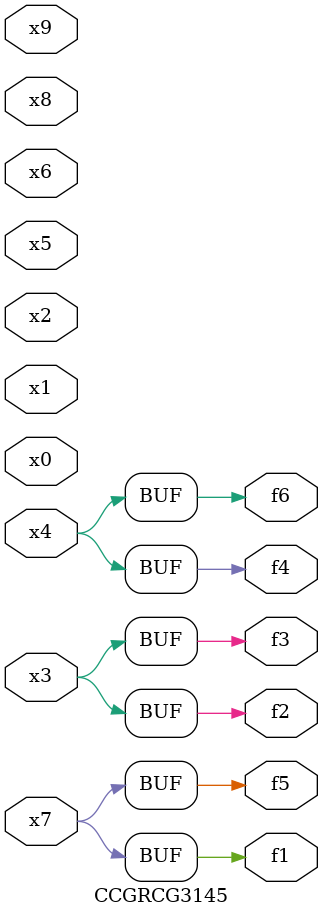
<source format=v>
module CCGRCG3145(
	input x0, x1, x2, x3, x4, x5, x6, x7, x8, x9,
	output f1, f2, f3, f4, f5, f6
);
	assign f1 = x7;
	assign f2 = x3;
	assign f3 = x3;
	assign f4 = x4;
	assign f5 = x7;
	assign f6 = x4;
endmodule

</source>
